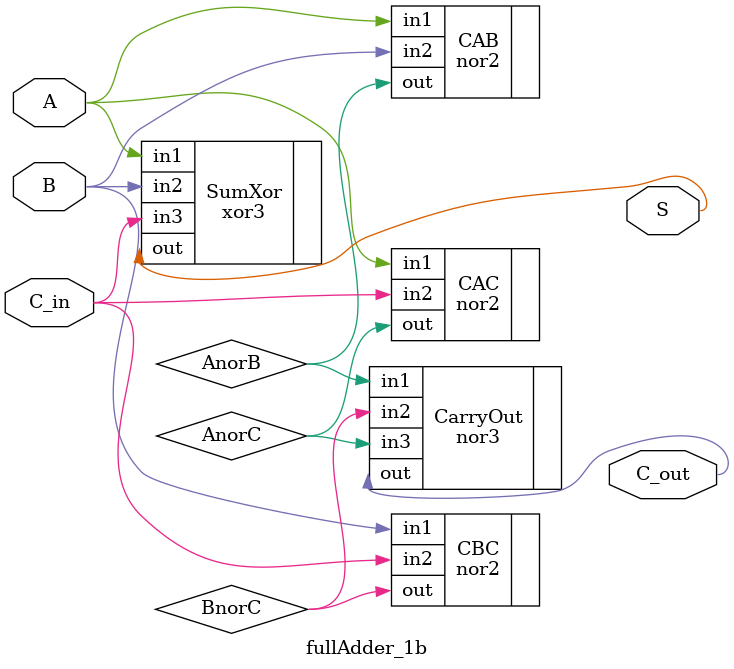
<source format=v>
/*
    CS/ECE 552 Spring '19
    Homework #3, Problem 2

    a 1-bit full adder
*/
module fullAdder_1b(A, B, C_in, S, C_out);
    input  A, B;
    input  C_in;
    output S;
    output C_out;

    wire AnorB, BnorC, AnorC;

    // Sum logic
    xor3 SumXor(.in1(A),.in2(B),.in3(C_in),.out(S));
    // Carry logic
    nor2 CAB(.in1(A),.in2(B),.out(AnorB));
    nor2 CBC(.in1(B),.in2(C_in),.out(BnorC));
    nor2 CAC(.in1(A),.in2(C_in),.out(AnorC));
    nor3 CarryOut(.in1(AnorB), .in2(BnorC), .in3(AnorC), .out(C_out));

endmodule

</source>
